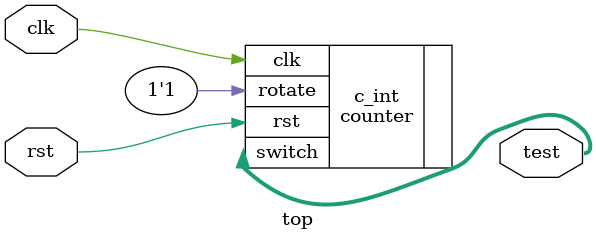
<source format=v>
`timescale 1ns / 1ps

module top (
	input clk, rst,
	output [2:0] test
);
	counter c_int(.clk(clk), .rst(rst), .rotate(1'b1), .switch(test));


endmodule
</source>
